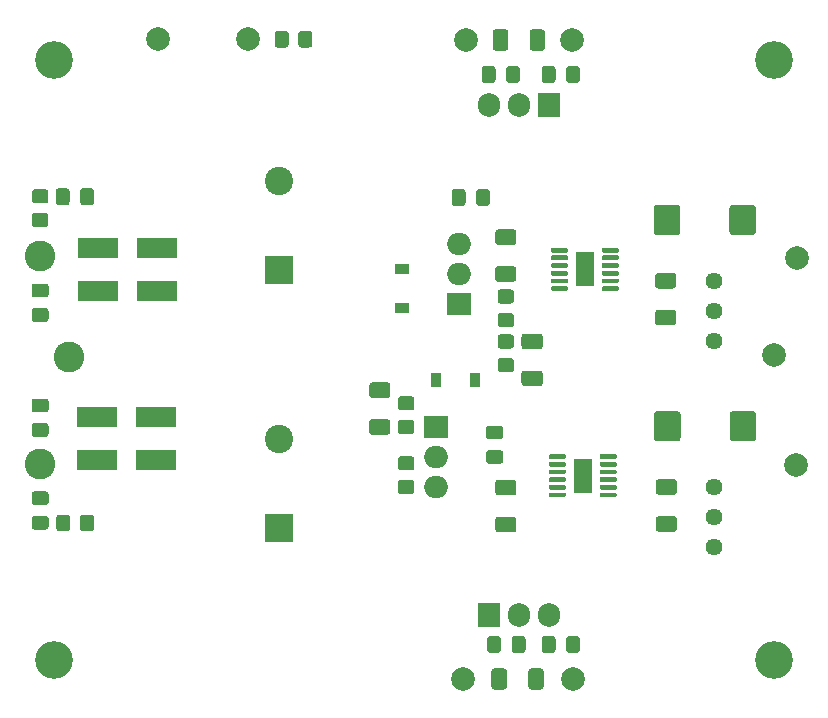
<source format=gbr>
G04 #@! TF.GenerationSoftware,KiCad,Pcbnew,(5.1.10-0-10_14)*
G04 #@! TF.CreationDate,2021-09-25T17:00:32+02:00*
G04 #@! TF.ProjectId,lv-lownoise-psu,6c762d6c-6f77-46e6-9f69-73652d707375,rev?*
G04 #@! TF.SameCoordinates,Original*
G04 #@! TF.FileFunction,Soldermask,Top*
G04 #@! TF.FilePolarity,Negative*
%FSLAX46Y46*%
G04 Gerber Fmt 4.6, Leading zero omitted, Abs format (unit mm)*
G04 Created by KiCad (PCBNEW (5.1.10-0-10_14)) date 2021-09-25 17:00:32*
%MOMM*%
%LPD*%
G01*
G04 APERTURE LIST*
%ADD10C,2.000000*%
%ADD11R,0.900000X1.200000*%
%ADD12R,1.200000X0.900000*%
%ADD13O,2.000000X1.905000*%
%ADD14R,2.000000X1.905000*%
%ADD15O,1.905000X2.000000*%
%ADD16R,1.905000X2.000000*%
%ADD17R,3.500000X1.800000*%
%ADD18R,1.650000X2.850000*%
%ADD19C,2.400000*%
%ADD20R,2.400000X2.400000*%
%ADD21C,1.440000*%
%ADD22C,2.600000*%
%ADD23C,3.200000*%
G04 APERTURE END LIST*
D10*
X148018500Y-49784000D03*
D11*
X120775000Y-60134500D03*
X117475000Y-60134500D03*
D12*
X114617500Y-54038500D03*
X114617500Y-50738500D03*
G36*
G01*
X112062499Y-63472500D02*
X113362501Y-63472500D01*
G75*
G02*
X113612500Y-63722499I0J-249999D01*
G01*
X113612500Y-64547501D01*
G75*
G02*
X113362501Y-64797500I-249999J0D01*
G01*
X112062499Y-64797500D01*
G75*
G02*
X111812500Y-64547501I0J249999D01*
G01*
X111812500Y-63722499D01*
G75*
G02*
X112062499Y-63472500I249999J0D01*
G01*
G37*
G36*
G01*
X112062499Y-60347500D02*
X113362501Y-60347500D01*
G75*
G02*
X113612500Y-60597499I0J-249999D01*
G01*
X113612500Y-61422501D01*
G75*
G02*
X113362501Y-61672500I-249999J0D01*
G01*
X112062499Y-61672500D01*
G75*
G02*
X111812500Y-61422501I0J249999D01*
G01*
X111812500Y-60597499D01*
G75*
G02*
X112062499Y-60347500I249999J0D01*
G01*
G37*
G36*
G01*
X124952999Y-59358500D02*
X126253001Y-59358500D01*
G75*
G02*
X126503000Y-59608499I0J-249999D01*
G01*
X126503000Y-60433501D01*
G75*
G02*
X126253001Y-60683500I-249999J0D01*
G01*
X124952999Y-60683500D01*
G75*
G02*
X124703000Y-60433501I0J249999D01*
G01*
X124703000Y-59608499D01*
G75*
G02*
X124952999Y-59358500I249999J0D01*
G01*
G37*
G36*
G01*
X124952999Y-56233500D02*
X126253001Y-56233500D01*
G75*
G02*
X126503000Y-56483499I0J-249999D01*
G01*
X126503000Y-57308501D01*
G75*
G02*
X126253001Y-57558500I-249999J0D01*
G01*
X124952999Y-57558500D01*
G75*
G02*
X124703000Y-57308501I0J249999D01*
G01*
X124703000Y-56483499D01*
G75*
G02*
X124952999Y-56233500I249999J0D01*
G01*
G37*
D10*
X119761000Y-85471000D03*
X129032000Y-85471000D03*
X128968500Y-31369000D03*
X120015000Y-31369000D03*
X93916500Y-31305500D03*
X101536500Y-31305500D03*
X147955000Y-67310000D03*
X146113500Y-58039000D03*
G36*
G01*
X114484999Y-68615000D02*
X115385001Y-68615000D01*
G75*
G02*
X115635000Y-68864999I0J-249999D01*
G01*
X115635000Y-69565001D01*
G75*
G02*
X115385001Y-69815000I-249999J0D01*
G01*
X114484999Y-69815000D01*
G75*
G02*
X114235000Y-69565001I0J249999D01*
G01*
X114235000Y-68864999D01*
G75*
G02*
X114484999Y-68615000I249999J0D01*
G01*
G37*
G36*
G01*
X114484999Y-66615000D02*
X115385001Y-66615000D01*
G75*
G02*
X115635000Y-66864999I0J-249999D01*
G01*
X115635000Y-67565001D01*
G75*
G02*
X115385001Y-67815000I-249999J0D01*
G01*
X114484999Y-67815000D01*
G75*
G02*
X114235000Y-67565001I0J249999D01*
G01*
X114235000Y-66864999D01*
G75*
G02*
X114484999Y-66615000I249999J0D01*
G01*
G37*
G36*
G01*
X114484999Y-63535000D02*
X115385001Y-63535000D01*
G75*
G02*
X115635000Y-63784999I0J-249999D01*
G01*
X115635000Y-64485001D01*
G75*
G02*
X115385001Y-64735000I-249999J0D01*
G01*
X114484999Y-64735000D01*
G75*
G02*
X114235000Y-64485001I0J249999D01*
G01*
X114235000Y-63784999D01*
G75*
G02*
X114484999Y-63535000I249999J0D01*
G01*
G37*
G36*
G01*
X114484999Y-61535000D02*
X115385001Y-61535000D01*
G75*
G02*
X115635000Y-61784999I0J-249999D01*
G01*
X115635000Y-62485001D01*
G75*
G02*
X115385001Y-62735000I-249999J0D01*
G01*
X114484999Y-62735000D01*
G75*
G02*
X114235000Y-62485001I0J249999D01*
G01*
X114235000Y-61784999D01*
G75*
G02*
X114484999Y-61535000I249999J0D01*
G01*
G37*
D13*
X117475000Y-69215000D03*
X117475000Y-66675000D03*
D14*
X117475000Y-64135000D03*
D13*
X119380000Y-48641000D03*
X119380000Y-51181000D03*
D14*
X119380000Y-53721000D03*
G36*
G01*
X122930499Y-58296000D02*
X123830501Y-58296000D01*
G75*
G02*
X124080500Y-58545999I0J-249999D01*
G01*
X124080500Y-59246001D01*
G75*
G02*
X123830501Y-59496000I-249999J0D01*
G01*
X122930499Y-59496000D01*
G75*
G02*
X122680500Y-59246001I0J249999D01*
G01*
X122680500Y-58545999D01*
G75*
G02*
X122930499Y-58296000I249999J0D01*
G01*
G37*
G36*
G01*
X122930499Y-56296000D02*
X123830501Y-56296000D01*
G75*
G02*
X124080500Y-56545999I0J-249999D01*
G01*
X124080500Y-57246001D01*
G75*
G02*
X123830501Y-57496000I-249999J0D01*
G01*
X122930499Y-57496000D01*
G75*
G02*
X122680500Y-57246001I0J249999D01*
G01*
X122680500Y-56545999D01*
G75*
G02*
X122930499Y-56296000I249999J0D01*
G01*
G37*
G36*
G01*
X122930499Y-54486000D02*
X123830501Y-54486000D01*
G75*
G02*
X124080500Y-54735999I0J-249999D01*
G01*
X124080500Y-55436001D01*
G75*
G02*
X123830501Y-55686000I-249999J0D01*
G01*
X122930499Y-55686000D01*
G75*
G02*
X122680500Y-55436001I0J249999D01*
G01*
X122680500Y-54735999D01*
G75*
G02*
X122930499Y-54486000I249999J0D01*
G01*
G37*
G36*
G01*
X122930499Y-52486000D02*
X123830501Y-52486000D01*
G75*
G02*
X124080500Y-52735999I0J-249999D01*
G01*
X124080500Y-53436001D01*
G75*
G02*
X123830501Y-53686000I-249999J0D01*
G01*
X122930499Y-53686000D01*
G75*
G02*
X122680500Y-53436001I0J249999D01*
G01*
X122680500Y-52735999D01*
G75*
G02*
X122930499Y-52486000I249999J0D01*
G01*
G37*
G36*
G01*
X123471500Y-84820997D02*
X123471500Y-86121003D01*
G75*
G02*
X123221503Y-86371000I-249997J0D01*
G01*
X122396497Y-86371000D01*
G75*
G02*
X122146500Y-86121003I0J249997D01*
G01*
X122146500Y-84820997D01*
G75*
G02*
X122396497Y-84571000I249997J0D01*
G01*
X123221503Y-84571000D01*
G75*
G02*
X123471500Y-84820997I0J-249997D01*
G01*
G37*
G36*
G01*
X126596500Y-84820997D02*
X126596500Y-86121003D01*
G75*
G02*
X126346503Y-86371000I-249997J0D01*
G01*
X125521497Y-86371000D01*
G75*
G02*
X125271500Y-86121003I0J249997D01*
G01*
X125271500Y-84820997D01*
G75*
G02*
X125521497Y-84571000I249997J0D01*
G01*
X126346503Y-84571000D01*
G75*
G02*
X126596500Y-84820997I0J-249997D01*
G01*
G37*
G36*
G01*
X125385000Y-32019003D02*
X125385000Y-30718997D01*
G75*
G02*
X125634997Y-30469000I249997J0D01*
G01*
X126460003Y-30469000D01*
G75*
G02*
X126710000Y-30718997I0J-249997D01*
G01*
X126710000Y-32019003D01*
G75*
G02*
X126460003Y-32269000I-249997J0D01*
G01*
X125634997Y-32269000D01*
G75*
G02*
X125385000Y-32019003I0J249997D01*
G01*
G37*
G36*
G01*
X122260000Y-32019003D02*
X122260000Y-30718997D01*
G75*
G02*
X122509997Y-30469000I249997J0D01*
G01*
X123335003Y-30469000D01*
G75*
G02*
X123585000Y-30718997I0J-249997D01*
G01*
X123585000Y-32019003D01*
G75*
G02*
X123335003Y-32269000I-249997J0D01*
G01*
X122509997Y-32269000D01*
G75*
G02*
X122260000Y-32019003I0J249997D01*
G01*
G37*
G36*
G01*
X123407500Y-34765000D02*
X123407500Y-33815000D01*
G75*
G02*
X123657500Y-33565000I250000J0D01*
G01*
X124332500Y-33565000D01*
G75*
G02*
X124582500Y-33815000I0J-250000D01*
G01*
X124582500Y-34765000D01*
G75*
G02*
X124332500Y-35015000I-250000J0D01*
G01*
X123657500Y-35015000D01*
G75*
G02*
X123407500Y-34765000I0J250000D01*
G01*
G37*
G36*
G01*
X121332500Y-34765000D02*
X121332500Y-33815000D01*
G75*
G02*
X121582500Y-33565000I250000J0D01*
G01*
X122257500Y-33565000D01*
G75*
G02*
X122507500Y-33815000I0J-250000D01*
G01*
X122507500Y-34765000D01*
G75*
G02*
X122257500Y-35015000I-250000J0D01*
G01*
X121582500Y-35015000D01*
G75*
G02*
X121332500Y-34765000I0J250000D01*
G01*
G37*
G36*
G01*
X83496999Y-46009000D02*
X84397001Y-46009000D01*
G75*
G02*
X84647000Y-46258999I0J-249999D01*
G01*
X84647000Y-46959001D01*
G75*
G02*
X84397001Y-47209000I-249999J0D01*
G01*
X83496999Y-47209000D01*
G75*
G02*
X83247000Y-46959001I0J249999D01*
G01*
X83247000Y-46258999D01*
G75*
G02*
X83496999Y-46009000I249999J0D01*
G01*
G37*
G36*
G01*
X83496999Y-44009000D02*
X84397001Y-44009000D01*
G75*
G02*
X84647000Y-44258999I0J-249999D01*
G01*
X84647000Y-44959001D01*
G75*
G02*
X84397001Y-45209000I-249999J0D01*
G01*
X83496999Y-45209000D01*
G75*
G02*
X83247000Y-44959001I0J249999D01*
G01*
X83247000Y-44258999D01*
G75*
G02*
X83496999Y-44009000I249999J0D01*
G01*
G37*
G36*
G01*
X87315500Y-72713001D02*
X87315500Y-71812999D01*
G75*
G02*
X87565499Y-71563000I249999J0D01*
G01*
X88265501Y-71563000D01*
G75*
G02*
X88515500Y-71812999I0J-249999D01*
G01*
X88515500Y-72713001D01*
G75*
G02*
X88265501Y-72963000I-249999J0D01*
G01*
X87565499Y-72963000D01*
G75*
G02*
X87315500Y-72713001I0J249999D01*
G01*
G37*
G36*
G01*
X85315500Y-72713001D02*
X85315500Y-71812999D01*
G75*
G02*
X85565499Y-71563000I249999J0D01*
G01*
X86265501Y-71563000D01*
G75*
G02*
X86515500Y-71812999I0J-249999D01*
G01*
X86515500Y-72713001D01*
G75*
G02*
X86265501Y-72963000I-249999J0D01*
G01*
X85565499Y-72963000D01*
G75*
G02*
X85315500Y-72713001I0J249999D01*
G01*
G37*
G36*
G01*
X137619503Y-69877500D02*
X136319497Y-69877500D01*
G75*
G02*
X136069500Y-69627503I0J249997D01*
G01*
X136069500Y-68802497D01*
G75*
G02*
X136319497Y-68552500I249997J0D01*
G01*
X137619503Y-68552500D01*
G75*
G02*
X137869500Y-68802497I0J-249997D01*
G01*
X137869500Y-69627503D01*
G75*
G02*
X137619503Y-69877500I-249997J0D01*
G01*
G37*
G36*
G01*
X137619503Y-73002500D02*
X136319497Y-73002500D01*
G75*
G02*
X136069500Y-72752503I0J249997D01*
G01*
X136069500Y-71927497D01*
G75*
G02*
X136319497Y-71677500I249997J0D01*
G01*
X137619503Y-71677500D01*
G75*
G02*
X137869500Y-71927497I0J-249997D01*
G01*
X137869500Y-72752503D01*
G75*
G02*
X137619503Y-73002500I-249997J0D01*
G01*
G37*
G36*
G01*
X136255997Y-54215000D02*
X137556003Y-54215000D01*
G75*
G02*
X137806000Y-54464997I0J-249997D01*
G01*
X137806000Y-55290003D01*
G75*
G02*
X137556003Y-55540000I-249997J0D01*
G01*
X136255997Y-55540000D01*
G75*
G02*
X136006000Y-55290003I0J249997D01*
G01*
X136006000Y-54464997D01*
G75*
G02*
X136255997Y-54215000I249997J0D01*
G01*
G37*
G36*
G01*
X136255997Y-51090000D02*
X137556003Y-51090000D01*
G75*
G02*
X137806000Y-51339997I0J-249997D01*
G01*
X137806000Y-52165003D01*
G75*
G02*
X137556003Y-52415000I-249997J0D01*
G01*
X136255997Y-52415000D01*
G75*
G02*
X136006000Y-52165003I0J249997D01*
G01*
X136006000Y-51339997D01*
G75*
G02*
X136255997Y-51090000I249997J0D01*
G01*
G37*
G36*
G01*
X124030503Y-69927500D02*
X122730497Y-69927500D01*
G75*
G02*
X122480500Y-69677503I0J249997D01*
G01*
X122480500Y-68852497D01*
G75*
G02*
X122730497Y-68602500I249997J0D01*
G01*
X124030503Y-68602500D01*
G75*
G02*
X124280500Y-68852497I0J-249997D01*
G01*
X124280500Y-69677503D01*
G75*
G02*
X124030503Y-69927500I-249997J0D01*
G01*
G37*
G36*
G01*
X124030503Y-73052500D02*
X122730497Y-73052500D01*
G75*
G02*
X122480500Y-72802503I0J249997D01*
G01*
X122480500Y-71977497D01*
G75*
G02*
X122730497Y-71727500I249997J0D01*
G01*
X124030503Y-71727500D01*
G75*
G02*
X124280500Y-71977497I0J-249997D01*
G01*
X124280500Y-72802503D01*
G75*
G02*
X124030503Y-73052500I-249997J0D01*
G01*
G37*
G36*
G01*
X124030503Y-48718500D02*
X122730497Y-48718500D01*
G75*
G02*
X122480500Y-48468503I0J249997D01*
G01*
X122480500Y-47643497D01*
G75*
G02*
X122730497Y-47393500I249997J0D01*
G01*
X124030503Y-47393500D01*
G75*
G02*
X124280500Y-47643497I0J-249997D01*
G01*
X124280500Y-48468503D01*
G75*
G02*
X124030503Y-48718500I-249997J0D01*
G01*
G37*
G36*
G01*
X124030503Y-51843500D02*
X122730497Y-51843500D01*
G75*
G02*
X122480500Y-51593503I0J249997D01*
G01*
X122480500Y-50768497D01*
G75*
G02*
X122730497Y-50518500I249997J0D01*
G01*
X124030503Y-50518500D01*
G75*
G02*
X124280500Y-50768497I0J-249997D01*
G01*
X124280500Y-51593503D01*
G75*
G02*
X124030503Y-51843500I-249997J0D01*
G01*
G37*
G36*
G01*
X121953000Y-66087500D02*
X122903000Y-66087500D01*
G75*
G02*
X123153000Y-66337500I0J-250000D01*
G01*
X123153000Y-67012500D01*
G75*
G02*
X122903000Y-67262500I-250000J0D01*
G01*
X121953000Y-67262500D01*
G75*
G02*
X121703000Y-67012500I0J250000D01*
G01*
X121703000Y-66337500D01*
G75*
G02*
X121953000Y-66087500I250000J0D01*
G01*
G37*
G36*
G01*
X121953000Y-64012500D02*
X122903000Y-64012500D01*
G75*
G02*
X123153000Y-64262500I0J-250000D01*
G01*
X123153000Y-64937500D01*
G75*
G02*
X122903000Y-65187500I-250000J0D01*
G01*
X121953000Y-65187500D01*
G75*
G02*
X121703000Y-64937500I0J250000D01*
G01*
X121703000Y-64262500D01*
G75*
G02*
X121953000Y-64012500I250000J0D01*
G01*
G37*
G36*
G01*
X120867500Y-45179000D02*
X120867500Y-44229000D01*
G75*
G02*
X121117500Y-43979000I250000J0D01*
G01*
X121792500Y-43979000D01*
G75*
G02*
X122042500Y-44229000I0J-250000D01*
G01*
X122042500Y-45179000D01*
G75*
G02*
X121792500Y-45429000I-250000J0D01*
G01*
X121117500Y-45429000D01*
G75*
G02*
X120867500Y-45179000I0J250000D01*
G01*
G37*
G36*
G01*
X118792500Y-45179000D02*
X118792500Y-44229000D01*
G75*
G02*
X119042500Y-43979000I250000J0D01*
G01*
X119717500Y-43979000D01*
G75*
G02*
X119967500Y-44229000I0J-250000D01*
G01*
X119967500Y-45179000D01*
G75*
G02*
X119717500Y-45429000I-250000J0D01*
G01*
X119042500Y-45429000D01*
G75*
G02*
X118792500Y-45179000I0J250000D01*
G01*
G37*
G36*
G01*
X86439500Y-44165500D02*
X86439500Y-45115500D01*
G75*
G02*
X86189500Y-45365500I-250000J0D01*
G01*
X85514500Y-45365500D01*
G75*
G02*
X85264500Y-45115500I0J250000D01*
G01*
X85264500Y-44165500D01*
G75*
G02*
X85514500Y-43915500I250000J0D01*
G01*
X86189500Y-43915500D01*
G75*
G02*
X86439500Y-44165500I0J-250000D01*
G01*
G37*
G36*
G01*
X88514500Y-44165500D02*
X88514500Y-45115500D01*
G75*
G02*
X88264500Y-45365500I-250000J0D01*
G01*
X87589500Y-45365500D01*
G75*
G02*
X87339500Y-45115500I0J250000D01*
G01*
X87339500Y-44165500D01*
G75*
G02*
X87589500Y-43915500I250000J0D01*
G01*
X88264500Y-43915500D01*
G75*
G02*
X88514500Y-44165500I0J-250000D01*
G01*
G37*
G36*
G01*
X83472000Y-71655000D02*
X84422000Y-71655000D01*
G75*
G02*
X84672000Y-71905000I0J-250000D01*
G01*
X84672000Y-72580000D01*
G75*
G02*
X84422000Y-72830000I-250000J0D01*
G01*
X83472000Y-72830000D01*
G75*
G02*
X83222000Y-72580000I0J250000D01*
G01*
X83222000Y-71905000D01*
G75*
G02*
X83472000Y-71655000I250000J0D01*
G01*
G37*
G36*
G01*
X83472000Y-69580000D02*
X84422000Y-69580000D01*
G75*
G02*
X84672000Y-69830000I0J-250000D01*
G01*
X84672000Y-70505000D01*
G75*
G02*
X84422000Y-70755000I-250000J0D01*
G01*
X83472000Y-70755000D01*
G75*
G02*
X83222000Y-70505000I0J250000D01*
G01*
X83222000Y-69830000D01*
G75*
G02*
X83472000Y-69580000I250000J0D01*
G01*
G37*
G36*
G01*
X84422000Y-53165500D02*
X83472000Y-53165500D01*
G75*
G02*
X83222000Y-52915500I0J250000D01*
G01*
X83222000Y-52240500D01*
G75*
G02*
X83472000Y-51990500I250000J0D01*
G01*
X84422000Y-51990500D01*
G75*
G02*
X84672000Y-52240500I0J-250000D01*
G01*
X84672000Y-52915500D01*
G75*
G02*
X84422000Y-53165500I-250000J0D01*
G01*
G37*
G36*
G01*
X84422000Y-55240500D02*
X83472000Y-55240500D01*
G75*
G02*
X83222000Y-54990500I0J250000D01*
G01*
X83222000Y-54315500D01*
G75*
G02*
X83472000Y-54065500I250000J0D01*
G01*
X84422000Y-54065500D01*
G75*
G02*
X84672000Y-54315500I0J-250000D01*
G01*
X84672000Y-54990500D01*
G75*
G02*
X84422000Y-55240500I-250000J0D01*
G01*
G37*
G36*
G01*
X84422000Y-62901500D02*
X83472000Y-62901500D01*
G75*
G02*
X83222000Y-62651500I0J250000D01*
G01*
X83222000Y-61976500D01*
G75*
G02*
X83472000Y-61726500I250000J0D01*
G01*
X84422000Y-61726500D01*
G75*
G02*
X84672000Y-61976500I0J-250000D01*
G01*
X84672000Y-62651500D01*
G75*
G02*
X84422000Y-62901500I-250000J0D01*
G01*
G37*
G36*
G01*
X84422000Y-64976500D02*
X83472000Y-64976500D01*
G75*
G02*
X83222000Y-64726500I0J250000D01*
G01*
X83222000Y-64051500D01*
G75*
G02*
X83472000Y-63801500I250000J0D01*
G01*
X84422000Y-63801500D01*
G75*
G02*
X84672000Y-64051500I0J-250000D01*
G01*
X84672000Y-64726500D01*
G75*
G02*
X84422000Y-64976500I-250000J0D01*
G01*
G37*
G36*
G01*
X138171500Y-63046499D02*
X138171500Y-65096501D01*
G75*
G02*
X137921501Y-65346500I-249999J0D01*
G01*
X136171499Y-65346500D01*
G75*
G02*
X135921500Y-65096501I0J249999D01*
G01*
X135921500Y-63046499D01*
G75*
G02*
X136171499Y-62796500I249999J0D01*
G01*
X137921501Y-62796500D01*
G75*
G02*
X138171500Y-63046499I0J-249999D01*
G01*
G37*
G36*
G01*
X144571500Y-63046499D02*
X144571500Y-65096501D01*
G75*
G02*
X144321501Y-65346500I-249999J0D01*
G01*
X142571499Y-65346500D01*
G75*
G02*
X142321500Y-65096501I0J249999D01*
G01*
X142321500Y-63046499D01*
G75*
G02*
X142571499Y-62796500I249999J0D01*
G01*
X144321501Y-62796500D01*
G75*
G02*
X144571500Y-63046499I0J-249999D01*
G01*
G37*
G36*
G01*
X142308000Y-47634001D02*
X142308000Y-45583999D01*
G75*
G02*
X142557999Y-45334000I249999J0D01*
G01*
X144308001Y-45334000D01*
G75*
G02*
X144558000Y-45583999I0J-249999D01*
G01*
X144558000Y-47634001D01*
G75*
G02*
X144308001Y-47884000I-249999J0D01*
G01*
X142557999Y-47884000D01*
G75*
G02*
X142308000Y-47634001I0J249999D01*
G01*
G37*
G36*
G01*
X135908000Y-47634001D02*
X135908000Y-45583999D01*
G75*
G02*
X136157999Y-45334000I249999J0D01*
G01*
X137908001Y-45334000D01*
G75*
G02*
X138158000Y-45583999I0J-249999D01*
G01*
X138158000Y-47634001D01*
G75*
G02*
X137908001Y-47884000I-249999J0D01*
G01*
X136157999Y-47884000D01*
G75*
G02*
X135908000Y-47634001I0J249999D01*
G01*
G37*
D15*
X127000000Y-80010000D03*
X124460000Y-80010000D03*
D16*
X121920000Y-80010000D03*
D15*
X121920000Y-36830000D03*
X124460000Y-36830000D03*
D16*
X127000000Y-36830000D03*
D17*
X88827600Y-52578000D03*
X93827600Y-52578000D03*
X88827600Y-48971200D03*
X93827600Y-48971200D03*
X93726000Y-63296800D03*
X88726000Y-63296800D03*
X93726000Y-66954400D03*
X88726000Y-66954400D03*
D18*
X129886600Y-68261900D03*
G36*
G01*
X131311600Y-66736900D02*
X131311600Y-66536900D01*
G75*
G02*
X131411600Y-66436900I100000J0D01*
G01*
X132661600Y-66436900D01*
G75*
G02*
X132761600Y-66536900I0J-100000D01*
G01*
X132761600Y-66736900D01*
G75*
G02*
X132661600Y-66836900I-100000J0D01*
G01*
X131411600Y-66836900D01*
G75*
G02*
X131311600Y-66736900I0J100000D01*
G01*
G37*
G36*
G01*
X131311600Y-67386900D02*
X131311600Y-67186900D01*
G75*
G02*
X131411600Y-67086900I100000J0D01*
G01*
X132661600Y-67086900D01*
G75*
G02*
X132761600Y-67186900I0J-100000D01*
G01*
X132761600Y-67386900D01*
G75*
G02*
X132661600Y-67486900I-100000J0D01*
G01*
X131411600Y-67486900D01*
G75*
G02*
X131311600Y-67386900I0J100000D01*
G01*
G37*
G36*
G01*
X131311600Y-68036900D02*
X131311600Y-67836900D01*
G75*
G02*
X131411600Y-67736900I100000J0D01*
G01*
X132661600Y-67736900D01*
G75*
G02*
X132761600Y-67836900I0J-100000D01*
G01*
X132761600Y-68036900D01*
G75*
G02*
X132661600Y-68136900I-100000J0D01*
G01*
X131411600Y-68136900D01*
G75*
G02*
X131311600Y-68036900I0J100000D01*
G01*
G37*
G36*
G01*
X131311600Y-68686900D02*
X131311600Y-68486900D01*
G75*
G02*
X131411600Y-68386900I100000J0D01*
G01*
X132661600Y-68386900D01*
G75*
G02*
X132761600Y-68486900I0J-100000D01*
G01*
X132761600Y-68686900D01*
G75*
G02*
X132661600Y-68786900I-100000J0D01*
G01*
X131411600Y-68786900D01*
G75*
G02*
X131311600Y-68686900I0J100000D01*
G01*
G37*
G36*
G01*
X131311600Y-69336900D02*
X131311600Y-69136900D01*
G75*
G02*
X131411600Y-69036900I100000J0D01*
G01*
X132661600Y-69036900D01*
G75*
G02*
X132761600Y-69136900I0J-100000D01*
G01*
X132761600Y-69336900D01*
G75*
G02*
X132661600Y-69436900I-100000J0D01*
G01*
X131411600Y-69436900D01*
G75*
G02*
X131311600Y-69336900I0J100000D01*
G01*
G37*
G36*
G01*
X131311600Y-69986900D02*
X131311600Y-69786900D01*
G75*
G02*
X131411600Y-69686900I100000J0D01*
G01*
X132661600Y-69686900D01*
G75*
G02*
X132761600Y-69786900I0J-100000D01*
G01*
X132761600Y-69986900D01*
G75*
G02*
X132661600Y-70086900I-100000J0D01*
G01*
X131411600Y-70086900D01*
G75*
G02*
X131311600Y-69986900I0J100000D01*
G01*
G37*
G36*
G01*
X127011600Y-69986900D02*
X127011600Y-69786900D01*
G75*
G02*
X127111600Y-69686900I100000J0D01*
G01*
X128361600Y-69686900D01*
G75*
G02*
X128461600Y-69786900I0J-100000D01*
G01*
X128461600Y-69986900D01*
G75*
G02*
X128361600Y-70086900I-100000J0D01*
G01*
X127111600Y-70086900D01*
G75*
G02*
X127011600Y-69986900I0J100000D01*
G01*
G37*
G36*
G01*
X127011600Y-69336900D02*
X127011600Y-69136900D01*
G75*
G02*
X127111600Y-69036900I100000J0D01*
G01*
X128361600Y-69036900D01*
G75*
G02*
X128461600Y-69136900I0J-100000D01*
G01*
X128461600Y-69336900D01*
G75*
G02*
X128361600Y-69436900I-100000J0D01*
G01*
X127111600Y-69436900D01*
G75*
G02*
X127011600Y-69336900I0J100000D01*
G01*
G37*
G36*
G01*
X127011600Y-68686900D02*
X127011600Y-68486900D01*
G75*
G02*
X127111600Y-68386900I100000J0D01*
G01*
X128361600Y-68386900D01*
G75*
G02*
X128461600Y-68486900I0J-100000D01*
G01*
X128461600Y-68686900D01*
G75*
G02*
X128361600Y-68786900I-100000J0D01*
G01*
X127111600Y-68786900D01*
G75*
G02*
X127011600Y-68686900I0J100000D01*
G01*
G37*
G36*
G01*
X127011600Y-68036900D02*
X127011600Y-67836900D01*
G75*
G02*
X127111600Y-67736900I100000J0D01*
G01*
X128361600Y-67736900D01*
G75*
G02*
X128461600Y-67836900I0J-100000D01*
G01*
X128461600Y-68036900D01*
G75*
G02*
X128361600Y-68136900I-100000J0D01*
G01*
X127111600Y-68136900D01*
G75*
G02*
X127011600Y-68036900I0J100000D01*
G01*
G37*
G36*
G01*
X127011600Y-67386900D02*
X127011600Y-67186900D01*
G75*
G02*
X127111600Y-67086900I100000J0D01*
G01*
X128361600Y-67086900D01*
G75*
G02*
X128461600Y-67186900I0J-100000D01*
G01*
X128461600Y-67386900D01*
G75*
G02*
X128361600Y-67486900I-100000J0D01*
G01*
X127111600Y-67486900D01*
G75*
G02*
X127011600Y-67386900I0J100000D01*
G01*
G37*
G36*
G01*
X127011600Y-66736900D02*
X127011600Y-66536900D01*
G75*
G02*
X127111600Y-66436900I100000J0D01*
G01*
X128361600Y-66436900D01*
G75*
G02*
X128461600Y-66536900I0J-100000D01*
G01*
X128461600Y-66736900D01*
G75*
G02*
X128361600Y-66836900I-100000J0D01*
G01*
X127111600Y-66836900D01*
G75*
G02*
X127011600Y-66736900I0J100000D01*
G01*
G37*
D19*
X104140000Y-65151000D03*
D20*
X104140000Y-72651000D03*
D19*
X104140000Y-43300000D03*
D20*
X104140000Y-50800000D03*
G36*
G01*
X105794000Y-31755501D02*
X105794000Y-30855499D01*
G75*
G02*
X106043999Y-30605500I249999J0D01*
G01*
X106744001Y-30605500D01*
G75*
G02*
X106994000Y-30855499I0J-249999D01*
G01*
X106994000Y-31755501D01*
G75*
G02*
X106744001Y-32005500I-249999J0D01*
G01*
X106043999Y-32005500D01*
G75*
G02*
X105794000Y-31755501I0J249999D01*
G01*
G37*
G36*
G01*
X103794000Y-31755501D02*
X103794000Y-30855499D01*
G75*
G02*
X104043999Y-30605500I249999J0D01*
G01*
X104744001Y-30605500D01*
G75*
G02*
X104994000Y-30855499I0J-249999D01*
G01*
X104994000Y-31755501D01*
G75*
G02*
X104744001Y-32005500I-249999J0D01*
G01*
X104043999Y-32005500D01*
G75*
G02*
X103794000Y-31755501I0J249999D01*
G01*
G37*
G36*
G01*
X127587500Y-82075000D02*
X127587500Y-83025000D01*
G75*
G02*
X127337500Y-83275000I-250000J0D01*
G01*
X126662500Y-83275000D01*
G75*
G02*
X126412500Y-83025000I0J250000D01*
G01*
X126412500Y-82075000D01*
G75*
G02*
X126662500Y-81825000I250000J0D01*
G01*
X127337500Y-81825000D01*
G75*
G02*
X127587500Y-82075000I0J-250000D01*
G01*
G37*
G36*
G01*
X129662500Y-82075000D02*
X129662500Y-83025000D01*
G75*
G02*
X129412500Y-83275000I-250000J0D01*
G01*
X128737500Y-83275000D01*
G75*
G02*
X128487500Y-83025000I0J250000D01*
G01*
X128487500Y-82075000D01*
G75*
G02*
X128737500Y-81825000I250000J0D01*
G01*
X129412500Y-81825000D01*
G75*
G02*
X129662500Y-82075000I0J-250000D01*
G01*
G37*
G36*
G01*
X123872500Y-83025000D02*
X123872500Y-82075000D01*
G75*
G02*
X124122500Y-81825000I250000J0D01*
G01*
X124797500Y-81825000D01*
G75*
G02*
X125047500Y-82075000I0J-250000D01*
G01*
X125047500Y-83025000D01*
G75*
G02*
X124797500Y-83275000I-250000J0D01*
G01*
X124122500Y-83275000D01*
G75*
G02*
X123872500Y-83025000I0J250000D01*
G01*
G37*
G36*
G01*
X121797500Y-83025000D02*
X121797500Y-82075000D01*
G75*
G02*
X122047500Y-81825000I250000J0D01*
G01*
X122722500Y-81825000D01*
G75*
G02*
X122972500Y-82075000I0J-250000D01*
G01*
X122972500Y-83025000D01*
G75*
G02*
X122722500Y-83275000I-250000J0D01*
G01*
X122047500Y-83275000D01*
G75*
G02*
X121797500Y-83025000I0J250000D01*
G01*
G37*
G36*
G01*
X128487500Y-34765000D02*
X128487500Y-33815000D01*
G75*
G02*
X128737500Y-33565000I250000J0D01*
G01*
X129412500Y-33565000D01*
G75*
G02*
X129662500Y-33815000I0J-250000D01*
G01*
X129662500Y-34765000D01*
G75*
G02*
X129412500Y-35015000I-250000J0D01*
G01*
X128737500Y-35015000D01*
G75*
G02*
X128487500Y-34765000I0J250000D01*
G01*
G37*
G36*
G01*
X126412500Y-34765000D02*
X126412500Y-33815000D01*
G75*
G02*
X126662500Y-33565000I250000J0D01*
G01*
X127337500Y-33565000D01*
G75*
G02*
X127587500Y-33815000I0J-250000D01*
G01*
X127587500Y-34765000D01*
G75*
G02*
X127337500Y-35015000I-250000J0D01*
G01*
X126662500Y-35015000D01*
G75*
G02*
X126412500Y-34765000I0J250000D01*
G01*
G37*
D21*
X140970000Y-74295000D03*
X140970000Y-71755000D03*
X140970000Y-69215000D03*
D18*
X130064400Y-50787900D03*
G36*
G01*
X131489400Y-49262900D02*
X131489400Y-49062900D01*
G75*
G02*
X131589400Y-48962900I100000J0D01*
G01*
X132839400Y-48962900D01*
G75*
G02*
X132939400Y-49062900I0J-100000D01*
G01*
X132939400Y-49262900D01*
G75*
G02*
X132839400Y-49362900I-100000J0D01*
G01*
X131589400Y-49362900D01*
G75*
G02*
X131489400Y-49262900I0J100000D01*
G01*
G37*
G36*
G01*
X131489400Y-49912900D02*
X131489400Y-49712900D01*
G75*
G02*
X131589400Y-49612900I100000J0D01*
G01*
X132839400Y-49612900D01*
G75*
G02*
X132939400Y-49712900I0J-100000D01*
G01*
X132939400Y-49912900D01*
G75*
G02*
X132839400Y-50012900I-100000J0D01*
G01*
X131589400Y-50012900D01*
G75*
G02*
X131489400Y-49912900I0J100000D01*
G01*
G37*
G36*
G01*
X131489400Y-50562900D02*
X131489400Y-50362900D01*
G75*
G02*
X131589400Y-50262900I100000J0D01*
G01*
X132839400Y-50262900D01*
G75*
G02*
X132939400Y-50362900I0J-100000D01*
G01*
X132939400Y-50562900D01*
G75*
G02*
X132839400Y-50662900I-100000J0D01*
G01*
X131589400Y-50662900D01*
G75*
G02*
X131489400Y-50562900I0J100000D01*
G01*
G37*
G36*
G01*
X131489400Y-51212900D02*
X131489400Y-51012900D01*
G75*
G02*
X131589400Y-50912900I100000J0D01*
G01*
X132839400Y-50912900D01*
G75*
G02*
X132939400Y-51012900I0J-100000D01*
G01*
X132939400Y-51212900D01*
G75*
G02*
X132839400Y-51312900I-100000J0D01*
G01*
X131589400Y-51312900D01*
G75*
G02*
X131489400Y-51212900I0J100000D01*
G01*
G37*
G36*
G01*
X131489400Y-51862900D02*
X131489400Y-51662900D01*
G75*
G02*
X131589400Y-51562900I100000J0D01*
G01*
X132839400Y-51562900D01*
G75*
G02*
X132939400Y-51662900I0J-100000D01*
G01*
X132939400Y-51862900D01*
G75*
G02*
X132839400Y-51962900I-100000J0D01*
G01*
X131589400Y-51962900D01*
G75*
G02*
X131489400Y-51862900I0J100000D01*
G01*
G37*
G36*
G01*
X131489400Y-52512900D02*
X131489400Y-52312900D01*
G75*
G02*
X131589400Y-52212900I100000J0D01*
G01*
X132839400Y-52212900D01*
G75*
G02*
X132939400Y-52312900I0J-100000D01*
G01*
X132939400Y-52512900D01*
G75*
G02*
X132839400Y-52612900I-100000J0D01*
G01*
X131589400Y-52612900D01*
G75*
G02*
X131489400Y-52512900I0J100000D01*
G01*
G37*
G36*
G01*
X127189400Y-52512900D02*
X127189400Y-52312900D01*
G75*
G02*
X127289400Y-52212900I100000J0D01*
G01*
X128539400Y-52212900D01*
G75*
G02*
X128639400Y-52312900I0J-100000D01*
G01*
X128639400Y-52512900D01*
G75*
G02*
X128539400Y-52612900I-100000J0D01*
G01*
X127289400Y-52612900D01*
G75*
G02*
X127189400Y-52512900I0J100000D01*
G01*
G37*
G36*
G01*
X127189400Y-51862900D02*
X127189400Y-51662900D01*
G75*
G02*
X127289400Y-51562900I100000J0D01*
G01*
X128539400Y-51562900D01*
G75*
G02*
X128639400Y-51662900I0J-100000D01*
G01*
X128639400Y-51862900D01*
G75*
G02*
X128539400Y-51962900I-100000J0D01*
G01*
X127289400Y-51962900D01*
G75*
G02*
X127189400Y-51862900I0J100000D01*
G01*
G37*
G36*
G01*
X127189400Y-51212900D02*
X127189400Y-51012900D01*
G75*
G02*
X127289400Y-50912900I100000J0D01*
G01*
X128539400Y-50912900D01*
G75*
G02*
X128639400Y-51012900I0J-100000D01*
G01*
X128639400Y-51212900D01*
G75*
G02*
X128539400Y-51312900I-100000J0D01*
G01*
X127289400Y-51312900D01*
G75*
G02*
X127189400Y-51212900I0J100000D01*
G01*
G37*
G36*
G01*
X127189400Y-50562900D02*
X127189400Y-50362900D01*
G75*
G02*
X127289400Y-50262900I100000J0D01*
G01*
X128539400Y-50262900D01*
G75*
G02*
X128639400Y-50362900I0J-100000D01*
G01*
X128639400Y-50562900D01*
G75*
G02*
X128539400Y-50662900I-100000J0D01*
G01*
X127289400Y-50662900D01*
G75*
G02*
X127189400Y-50562900I0J100000D01*
G01*
G37*
G36*
G01*
X127189400Y-49912900D02*
X127189400Y-49712900D01*
G75*
G02*
X127289400Y-49612900I100000J0D01*
G01*
X128539400Y-49612900D01*
G75*
G02*
X128639400Y-49712900I0J-100000D01*
G01*
X128639400Y-49912900D01*
G75*
G02*
X128539400Y-50012900I-100000J0D01*
G01*
X127289400Y-50012900D01*
G75*
G02*
X127189400Y-49912900I0J100000D01*
G01*
G37*
G36*
G01*
X127189400Y-49262900D02*
X127189400Y-49062900D01*
G75*
G02*
X127289400Y-48962900I100000J0D01*
G01*
X128539400Y-48962900D01*
G75*
G02*
X128639400Y-49062900I0J-100000D01*
G01*
X128639400Y-49262900D01*
G75*
G02*
X128539400Y-49362900I-100000J0D01*
G01*
X127289400Y-49362900D01*
G75*
G02*
X127189400Y-49262900I0J100000D01*
G01*
G37*
D21*
X140970000Y-56832500D03*
X140970000Y-54292500D03*
X140970000Y-51752500D03*
D22*
X83921600Y-49631600D03*
X86360000Y-58166000D03*
X83972400Y-67259200D03*
D23*
X146050000Y-33020000D03*
X146050000Y-83820000D03*
X85090000Y-83820000D03*
X85090000Y-33020000D03*
M02*

</source>
